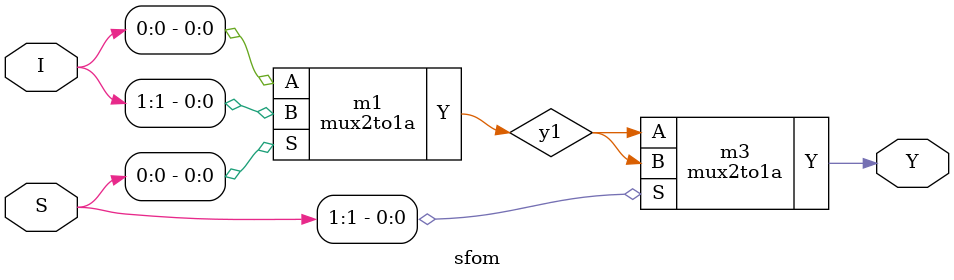
<source format=v>
module mux2to1a(A,B,S,Y);
    input A,B,S;
    output Y;    
    assign Y = (S) ? B : A;
endmodule

module sfom(I,S,Y);
    input [0:3]I;
    input [1:0]S;
    output Y;
    wire y1,y2;
    
    mux2to1a m1(.A(I[0]), .B(I[1]), .S(S[0]), .Y(y1));
    mux2to1a m2(.A(I[2]), .B(I[4]), .S(S[0]), .Y(y2));
    
    mux2to1a m3(.A(y1), .B(y1), .S(S[1]), .Y(Y));
    
endmodule    
</source>
